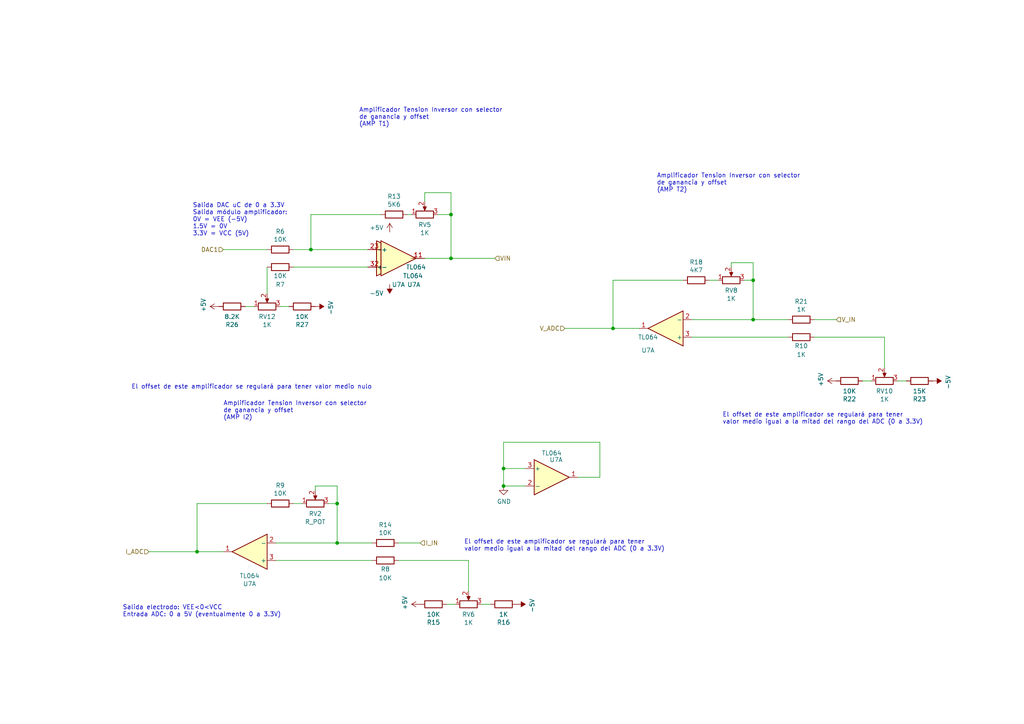
<source format=kicad_sch>
(kicad_sch (version 20211123) (generator eeschema)
  (paper "A4")
  (lib_symbols
    (symbol "Device:R" (pin_numbers hide) (pin_names (offset 0))
      (property "Reference" "R" (at 2.032 0 90))
      (property "Value" "R" (at 0 0 90))
      (symbol "R_0_1"
        (rectangle (start -1.016 -2.54) (end 1.016 2.54) (stroke (width 0.254)))
      )
      (symbol "R_1_1"
        (pin passive line (at 0 3.81 270) (length 1.27) (name "~") (number "1"))
        (pin passive line (at 0 -3.81 90) (length 1.27) (name "~") (number "2"))
      )
    )
    (symbol "salida_dac-rescue:+5V-power" (power) (pin_names (offset 0))
      (property "Value" "+5V-power" (at 0 3.556 0))
      (symbol "+5V-power_0_1"
        (polyline (pts (xy -0.762 1.27) (xy 0 2.54)))
        (polyline (pts (xy 0 0) (xy 0 2.54)))
        (polyline (pts (xy 0 2.54) (xy 0.762 1.27)))
      )
      (symbol "+5V-power_1_1"
        (pin power_in line (at 0 0 90) (length 0) hide (name "+5V") (number "1"))
      )
    )
    (symbol "salida_dac-rescue:-5V-power" (power) (pin_names (offset 0))
      (property "Value" "-5V-power" (at 0 3.81 0))
      (symbol "-5V-power_0_0"
        (pin power_in line (at 0 0 90) (length 0) hide (name "-5V") (number "1"))
      )
      (symbol "-5V-power_0_1"
        (polyline (pts (xy 0 0) (xy 0 1.27) (xy 0.762 1.27) (xy 0 2.54) (xy -0.762 1.27) (xy 0 1.27)) (fill (type outline)))
      )
    )
    (symbol "salida_dac-rescue:GND-power" (power) (pin_names (offset 0))
      (property "Value" "GND-power" (at 0 -3.81 0))
      (symbol "GND-power_0_1"
        (polyline (pts (xy 0 0) (xy 0 -1.27) (xy 1.27 -1.27) (xy 0 -2.54) (xy -1.27 -1.27) (xy 0 -1.27)))
      )
      (symbol "GND-power_1_1"
        (pin power_in line (at 0 0 270) (length 0) hide (name "GND") (number "1"))
      )
    )
    (symbol "salida_dac-rescue:R-Device" (pin_numbers hide) (pin_names (offset 0))
      (property "Reference" "R" (at 2.032 0 90))
      (property "Value" "R-Device" (at 0 0 90))
      (symbol "R-Device_0_1"
        (rectangle (start -1.016 -2.54) (end 1.016 2.54) (stroke (width 0.254)))
      )
      (symbol "R-Device_1_1"
        (pin passive line (at 0 3.81 270) (length 1.27) (name "~") (number "1"))
        (pin passive line (at 0 -3.81 90) (length 1.27) (name "~") (number "2"))
      )
    )
    (symbol "salida_dac-rescue:R_POT-Device" (pin_names (offset 1.016) hide)
      (property "Reference" "RV" (at -4.445 0 90))
      (property "Value" "R_POT-Device" (at -2.54 0 90))
      (symbol "R_POT-Device_0_1"
        (polyline (pts (xy 2.54 0) (xy 1.524 0)))
        (polyline (pts (xy 1.143 0) (xy 2.286 0.508) (xy 2.286 -0.508) (xy 1.143 0)) (fill (type outline)))
        (rectangle (start 1.016 2.54) (end -1.016 -2.54) (stroke (width 0.254)))
      )
      (symbol "R_POT-Device_1_1"
        (pin passive line (at 0 3.81 270) (length 1.27) (name "1") (number "1"))
        (pin passive line (at 3.81 0 180) (length 1.27) (name "2") (number "2"))
        (pin passive line (at 0 -3.81 90) (length 1.27) (name "3") (number "3"))
      )
    )
    (symbol "salida_dac-rescue:TL064-Amplifier_Operational" (pin_names (offset 0.127))
      (property "Reference" "U" (at 0 5.08 0))
      (property "Value" "TL064-Amplifier_Operational" (at 0 -5.08 0))
      (symbol "TL064-Amplifier_Operational_1_1"
        (polyline (pts (xy -5.08 5.08) (xy 5.08 0) (xy -5.08 -5.08) (xy -5.08 5.08)) (stroke (width 0.254)) (fill (type background)))
        (pin output line (at 7.62 0 180) (length 2.54) (name "~") (number "1"))
        (pin input line (at -7.62 -2.54 0) (length 2.54) (name "-") (number "2"))
        (pin input line (at -7.62 2.54 0) (length 2.54) (name "+") (number "3"))
      )
      (symbol "TL064-Amplifier_Operational_2_1"
        (polyline (pts (xy -5.08 5.08) (xy 5.08 0) (xy -5.08 -5.08) (xy -5.08 5.08)) (stroke (width 0.254)) (fill (type background)))
        (pin input line (at -7.62 2.54 0) (length 2.54) (name "+") (number "5"))
        (pin input line (at -7.62 -2.54 0) (length 2.54) (name "-") (number "6"))
        (pin output line (at 7.62 0 180) (length 2.54) (name "~") (number "7"))
      )
      (symbol "TL064-Amplifier_Operational_3_1"
        (polyline (pts (xy -5.08 5.08) (xy 5.08 0) (xy -5.08 -5.08) (xy -5.08 5.08)) (stroke (width 0.254)) (fill (type background)))
        (pin input line (at -7.62 2.54 0) (length 2.54) (name "+") (number "10"))
        (pin output line (at 7.62 0 180) (length 2.54) (name "~") (number "8"))
        (pin input line (at -7.62 -2.54 0) (length 2.54) (name "-") (number "9"))
      )
      (symbol "TL064-Amplifier_Operational_4_1"
        (polyline (pts (xy -5.08 5.08) (xy 5.08 0) (xy -5.08 -5.08) (xy -5.08 5.08)) (stroke (width 0.254)) (fill (type background)))
        (pin input line (at -7.62 2.54 0) (length 2.54) (name "+") (number "12"))
        (pin input line (at -7.62 -2.54 0) (length 2.54) (name "-") (number "13"))
        (pin output line (at 7.62 0 180) (length 2.54) (name "~") (number "14"))
      )
      (symbol "TL064-Amplifier_Operational_5_1"
        (pin power_in line (at -2.54 -7.62 90) (length 3.81) (name "V-") (number "11"))
        (pin power_in line (at -2.54 7.62 270) (length 3.81) (name "V+") (number "4"))
      )
    )
  )
  (junction (at 218.44 92.71))
  (junction (at 177.8 95.25))
  (junction (at 130.81 62.23))
  (junction (at 90.17 72.39))
  (junction (at 57.15 160.02))
  (junction (at 218.44 81.28))
  (junction (at 146.05 140.97))
  (junction (at 97.79 146.05))
  (junction (at 146.05 135.89))
  (junction (at 130.81 74.93))
  (junction (at 97.79 157.48))
  (bus_entry (at 58.42 318.77) (size 2.54 -2.54))
  (wire (pts (xy 146.05 140.97) (xy 152.4 140.97)))
  (wire (pts (xy 123.19 58.42) (xy 123.19 55.88)))
  (wire (pts (xy 215.9 81.28) (xy 218.44 81.28)))
  (wire (pts (xy 77.47 77.47) (xy 77.47 85.09)))
  (wire (pts (xy 256.54 97.79) (xy 256.54 106.68)))
  (wire (pts (xy 163.83 95.25) (xy 177.8 95.25)))
  (wire (pts (xy 177.8 81.28) (xy 177.8 95.25)))
  (wire (pts (xy 115.57 162.56) (xy 135.89 162.56)))
  (wire (pts (xy 236.22 97.79) (xy 256.54 97.79)))
  (wire (pts (xy 85.09 72.39) (xy 90.17 72.39)))
  (wire (pts (xy 142.24 175.26) (xy 139.7 175.26)))
  (wire (pts (xy 57.15 146.05) (xy 77.47 146.05)))
  (wire (pts (xy 262.89 110.49) (xy 260.35 110.49)))
  (wire (pts (xy 97.79 157.48) (xy 97.79 146.05)))
  (wire (pts (xy 123.19 55.88) (xy 130.81 55.88)))
  (wire (pts (xy 130.81 62.23) (xy 130.81 74.93)))
  (wire (pts (xy 177.8 95.25) (xy 185.42 95.25)))
  (wire (pts (xy 200.66 97.79) (xy 228.6 97.79)))
  (wire (pts (xy 218.44 92.71) (xy 228.6 92.71)))
  (wire (pts (xy 97.79 146.05) (xy 97.79 140.97)))
  (wire (pts (xy 135.89 162.56) (xy 135.89 171.45)))
  (wire (pts (xy 167.64 138.43) (xy 173.99 138.43)))
  (wire (pts (xy 115.57 157.48) (xy 121.92 157.48)))
  (wire (pts (xy 57.15 146.05) (xy 57.15 160.02)))
  (wire (pts (xy 132.08 175.26) (xy 129.54 175.26)))
  (wire (pts (xy 218.44 92.71) (xy 218.44 81.28)))
  (wire (pts (xy 121.92 74.93) (xy 130.81 74.93)))
  (wire (pts (xy 212.09 77.47) (xy 212.09 76.2)))
  (wire (pts (xy 173.99 128.27) (xy 146.05 128.27)))
  (wire (pts (xy 173.99 138.43) (xy 173.99 128.27)))
  (wire (pts (xy 118.11 62.23) (xy 119.38 62.23)))
  (wire (pts (xy 87.63 146.05) (xy 85.09 146.05)))
  (wire (pts (xy 130.81 74.93) (xy 143.51 74.93)))
  (wire (pts (xy 127 62.23) (xy 130.81 62.23)))
  (wire (pts (xy 212.09 76.2) (xy 218.44 76.2)))
  (wire (pts (xy 77.47 72.39) (xy 64.77 72.39)))
  (wire (pts (xy 73.66 88.9) (xy 71.12 88.9)))
  (wire (pts (xy 91.44 142.24) (xy 91.44 140.97)))
  (wire (pts (xy 177.8 81.28) (xy 198.12 81.28)))
  (wire (pts (xy 130.81 55.88) (xy 130.81 62.23)))
  (wire (pts (xy 146.05 135.89) (xy 152.4 135.89)))
  (wire (pts (xy 83.82 88.9) (xy 81.28 88.9)))
  (wire (pts (xy 43.18 160.02) (xy 57.15 160.02)))
  (wire (pts (xy 97.79 157.48) (xy 107.95 157.48)))
  (wire (pts (xy 106.68 77.47) (xy 85.09 77.47)))
  (wire (pts (xy 90.17 72.39) (xy 106.68 72.39)))
  (wire (pts (xy 200.66 92.71) (xy 218.44 92.71)))
  (wire (pts (xy 90.17 62.23) (xy 110.49 62.23)))
  (wire (pts (xy 208.28 81.28) (xy 205.74 81.28)))
  (wire (pts (xy 90.17 62.23) (xy 90.17 72.39)))
  (wire (pts (xy 80.01 157.48) (xy 97.79 157.48)))
  (wire (pts (xy 91.44 140.97) (xy 97.79 140.97)))
  (wire (pts (xy 236.22 92.71) (xy 242.57 92.71)))
  (wire (pts (xy 146.05 135.89) (xy 146.05 140.97)))
  (wire (pts (xy 218.44 81.28) (xy 218.44 76.2)))
  (wire (pts (xy 146.05 128.27) (xy 146.05 135.89)))
  (wire (pts (xy 80.01 162.56) (xy 107.95 162.56)))
  (wire (pts (xy 95.25 146.05) (xy 97.79 146.05)))
  (wire (pts (xy 57.15 160.02) (xy 64.77 160.02)))
  (wire (pts (xy 252.73 110.49) (xy 250.19 110.49)))
  (text "Salida DAC uC de 0 a 3.3V\nSalida módulo amplificador:\n0V = VEE (-5V)\n1.5V = 0V\n3.3V = VCC (5V)" (at 55.88 68.58 0) (effects (font (size 1.27 1.27)) (justify left bottom)))
  (text "El offset de este amplificador se regulará para tener\nvalor medio igual a la mitad del rango del ADC (0 a 3.3V)" (at 209.55 123.19 0) (effects (font (size 1.27 1.27)) (justify left bottom)))
  (text "Amplificador Tension Inversor con selector\nde ganancia y offset\n(AMP I2)" (at 64.77 121.92 0) (effects (font (size 1.27 1.27)) (justify left bottom)))
  (text "Amplificador Tension Inversor con selector\nde ganancia y offset\n(AMP T2)" (at 190.5 55.88 0) (effects (font (size 1.27 1.27)) (justify left bottom)))
  (text "Amplificador Tension Inversor con selector\nde ganancia y offset\n(AMP T1)" (at 104.14 36.83 0) (effects (font (size 1.27 1.27)) (justify left bottom)))
  (text "El offset de este amplificador se regulará para tener\nvalor medio igual a la mitad del rango del ADC (0 a 3.3V)" (at 134.62 160.02 0) (effects (font (size 1.27 1.27)) (justify left bottom)))
  (text "Salida electrodo: VEE<0<VCC\nEntrada ADC: 0 a 5V (eventualmente 0 a 3.3V)" (at 35.56 179.07 0) (effects (font (size 1.27 1.27)) (justify left bottom)))
  (text "El offset de este amplificador se regulará para tener valor medio nulo" (at 38.1 113.03 0) (effects (font (size 1.27 1.27)) (justify left bottom)))
  (hierarchical_label "I_ADC" (shape input) (at 43.18 160.02 180))
  (hierarchical_label "SW_FILTRO1" (shape input) (at 60.96 311.15 270))
  (hierarchical_label "V_ADC" (shape input) (at 163.83 95.25 180))
  (hierarchical_label "DAC1" (shape input) (at 64.77 72.39 180))
  (hierarchical_label "SW_FILTRO2" (shape input) (at 63.5 311.15 270))
  (hierarchical_label "VIN" (shape input) (at 143.51 74.93 0))
  (hierarchical_label "V_IN" (shape input) (at 242.57 92.71 0))
  (hierarchical_label "I_IN" (shape input) (at 121.92 157.48 0))
  (symbol (lib_id "salida_dac-rescue:R-Device") (at 81.28 72.39 270)
    (property "Reference" "R6" (at 81.28 67.1322 90))
    (property "Value" "10K" (at 81.28 69.4436 90))
    (property "Footprint" "Resistor_THT:R_Axial_DIN0207_L6.3mm_D2.5mm_P7.62mm_Horizontal" (effects hide))
  )
  (symbol (lib_id "salida_dac-rescue:R-Device") (at 114.3 62.23 270)
    (property "Reference" "R13" (at 114.3 56.9722 90))
    (property "Value" "5K6" (at 114.3 59.2836 90))
    (property "Footprint" "Resistor_THT:R_Axial_DIN0207_L6.3mm_D2.5mm_P7.62mm_Horizontal" (effects hide))
  )
  (symbol (lib_id "salida_dac-rescue:R-Device") (at 81.28 77.47 270)
    (property "Reference" "R7" (at 81.28 82.55 90))
    (property "Value" "10K" (at 81.28 80.01 90))
    (property "Footprint" "Resistor_THT:R_Axial_DIN0207_L6.3mm_D2.5mm_P10.16mm_Horizontal" (effects hide))
  )
  (symbol (lib_id "salida_dac-rescue:R-Device") (at 111.76 157.48 90) (mirror x)
    (property "Reference" "R14" (at 111.76 152.2222 90))
    (property "Value" "10K" (at 111.76 154.5336 90))
    (property "Footprint" "Resistor_THT:R_Axial_DIN0207_L6.3mm_D2.5mm_P7.62mm_Horizontal" (effects hide))
  )
  (symbol (lib_id "salida_dac-rescue:R-Device") (at 81.28 146.05 270)
    (property "Reference" "R9" (at 81.28 140.7922 90))
    (property "Value" "10K" (at 81.28 143.1036 90))
    (property "Footprint" "Resistor_THT:R_Axial_DIN0207_L6.3mm_D2.5mm_P7.62mm_Horizontal" (effects hide))
  )
  (symbol (lib_id "salida_dac-rescue:R-Device") (at 125.73 175.26 270) (mirror x)
    (property "Reference" "R15" (at 125.73 180.5178 90))
    (property "Value" "10K" (at 125.73 178.2064 90))
    (property "Footprint" "Resistor_THT:R_Axial_DIN0207_L6.3mm_D2.5mm_P7.62mm_Horizontal" (effects hide))
  )
  (symbol (lib_id "salida_dac-rescue:R-Device") (at 146.05 175.26 270) (mirror x)
    (property "Reference" "R16" (at 146.05 180.5178 90))
    (property "Value" "1K" (at 146.05 178.2064 90))
    (property "Footprint" "Resistor_THT:R_Axial_DIN0207_L6.3mm_D2.5mm_P7.62mm_Horizontal" (effects hide))
  )
  (symbol (lib_id "salida_dac-rescue:R_POT-Device") (at 135.89 175.26 90) (unit 1)
    (property "Reference" "RV6" (at 135.89 178.2064 90))
    (property "Value" "1K" (at 135.89 180.5686 90))
    (property "Footprint" "Potentiometer_THT:Potentiometer_Bourns_3266Y_Vertical" (effects hide))
  )
  (symbol (lib_id "salida_dac-rescue:-5V-power") (at 149.86 175.26 270)
    (property "Reference" "#PWR0113" (effects hide))
    (property "Value" "-5V" (at 154.3558 175.641 0))
  )
  (symbol (lib_id "salida_dac-rescue:+5V-power") (at 121.92 175.26 90)
    (property "Reference" "#PWR0114" (effects hide))
    (property "Value" "+5V" (at 117.4242 174.879 0))
  )
  (symbol (lib_id "salida_dac-rescue:R_POT-Device") (at 91.44 146.05 90) (unit 1)
    (property "Reference" "RV2" (at 91.44 148.9964 90))
    (property "Value" "R_POT" (at 91.44 151.3586 90))
    (property "Footprint" "Potentiometer_THT:Potentiometer_Bourns_3266Y_Vertical" (effects hide))
  )
  (symbol (lib_id "salida_dac-rescue:-5V-power") (at 113.03 82.55 180)
    (property "Reference" "#PWR0124" (effects hide))
    (property "Value" "-5V" (at 109.22 85.09 0))
  )
  (symbol (lib_id "salida_dac-rescue:+5V-power") (at 113.03 67.31 0)
    (property "Reference" "#PWR0117" (effects hide))
    (property "Value" "+5V" (at 109.22 66.04 0))
  )
  (symbol (lib_id "salida_dac-rescue:R_POT-Device") (at 123.19 62.23 90) (unit 1)
    (property "Reference" "RV5" (at 123.19 65.1764 90))
    (property "Value" "1K" (at 123.19 67.5386 90))
    (property "Footprint" "Potentiometer_THT:Potentiometer_Bourns_3266Y_Vertical" (effects hide))
  )
  (symbol (lib_id "salida_dac-rescue:R-Device") (at 232.41 92.71 90) (mirror x)
    (property "Reference" "R21" (at 232.41 87.4522 90))
    (property "Value" "1K" (at 232.41 89.7636 90))
    (property "Footprint" "Resistor_THT:R_Axial_DIN0207_L6.3mm_D2.5mm_P7.62mm_Horizontal" (effects hide))
  )
  (symbol (lib_id "salida_dac-rescue:R-Device") (at 201.93 81.28 270)
    (property "Reference" "R18" (at 201.93 76.0222 90))
    (property "Value" "4K7" (at 201.93 78.3336 90))
    (property "Footprint" "Resistor_THT:R_Axial_DIN0207_L6.3mm_D2.5mm_P7.62mm_Horizontal" (effects hide))
  )
  (symbol (lib_id "salida_dac-rescue:R-Device") (at 246.38 110.49 270) (mirror x)
    (property "Reference" "R22" (at 246.38 115.7478 90))
    (property "Value" "10K" (at 246.38 113.4364 90))
    (property "Footprint" "Resistor_THT:R_Axial_DIN0207_L6.3mm_D2.5mm_P7.62mm_Horizontal" (effects hide))
  )
  (symbol (lib_id "salida_dac-rescue:R-Device") (at 266.7 110.49 270) (mirror x)
    (property "Reference" "R23" (at 266.7 115.7478 90))
    (property "Value" "15K" (at 266.7 113.4364 90))
    (property "Footprint" "Resistor_THT:R_Axial_DIN0207_L6.3mm_D2.5mm_P7.62mm_Horizontal" (effects hide))
  )
  (symbol (lib_id "salida_dac-rescue:R_POT-Device") (at 256.54 110.49 90) (unit 1)
    (property "Reference" "RV10" (at 256.54 113.4364 90))
    (property "Value" "1K" (at 256.54 115.7986 90))
    (property "Footprint" "Potentiometer_THT:Potentiometer_Bourns_3266Y_Vertical" (effects hide))
  )
  (symbol (lib_id "salida_dac-rescue:-5V-power") (at 270.51 110.49 270)
    (property "Reference" "#PWR0120" (effects hide))
    (property "Value" "-5V" (at 275.0058 110.871 0))
  )
  (symbol (lib_id "salida_dac-rescue:+5V-power") (at 242.57 110.49 90)
    (property "Reference" "#PWR0121" (effects hide))
    (property "Value" "+5V" (at 238.0742 110.109 0))
  )
  (symbol (lib_id "salida_dac-rescue:R_POT-Device") (at 212.09 81.28 90) (unit 1)
    (property "Reference" "RV8" (at 212.09 84.2264 90))
    (property "Value" "1K" (at 212.09 86.5886 90))
    (property "Footprint" "Potentiometer_THT:Potentiometer_Bourns_3266Y_Vertical" (effects hide))
  )
  (symbol (lib_id "salida_dac-rescue:GND-power") (at 146.05 140.97 0) (unit 1)
    (property "Reference" "#PWR0125" (effects hide))
    (property "Value" "GND" (at 146.177 145.4658 0))
  )
  (symbol (lib_id "salida_dac-rescue:TL064-Amplifier_Operational") (at 114.3 74.93 0) (mirror x)
    (property "Reference" "U7" (at 115.57 82.55 0))
    (property "Value" "TL064" (at 120.65 77.47 0))
    (property "Footprint" "Package_DIP:DIP-14_W7.62mm_Socket_LongPads" (effects hide))
    (property "Datasheet" "http://www.ti.com/lit/ds/symlink/tl061.pdf" (effects hide))
  )
  (symbol (lib_id "salida_dac-rescue:TL064-Amplifier_Operational") (at 193.04 95.25 180)
    (property "Reference" "U7" (at 187.96 101.6 0))
    (property "Value" "TL064" (at 187.96 97.79 0))
    (property "Footprint" "Package_DIP:DIP-14_W7.62mm_Socket_LongPads" (effects hide))
    (property "Datasheet" "http://www.ti.com/lit/ds/symlink/tl061.pdf" (effects hide))
  )
  (symbol (lib_id "salida_dac-rescue:TL064-Amplifier_Operational") (at 72.39 160.02 180)
    (property "Reference" "U7" (at 72.39 169.3418 0))
    (property "Value" "TL064" (at 72.39 167.0304 0))
    (property "Footprint" "Package_DIP:DIP-14_W7.62mm_Socket_LongPads" (effects hide))
    (property "Datasheet" "http://www.ti.com/lit/ds/symlink/tl061.pdf" (effects hide))
  )
  (symbol (lib_id "salida_dac-rescue:TL064-Amplifier_Operational") (at 160.02 138.43 0)
    (property "Reference" "U7" (at 161.29 133.35 0))
    (property "Value" "TL064" (at 160.02 131.4196 0))
    (property "Footprint" "Package_DIP:DIP-14_W7.62mm_Socket_LongPads" (effects hide))
    (property "Datasheet" "http://www.ti.com/lit/ds/symlink/tl061.pdf" (effects hide))
  )
  (symbol (lib_id "salida_dac-rescue:TL064-Amplifier_Operational") (at 115.57 74.93 0)
    (property "Reference" "U7" (at 118.11 82.55 0) (effects (justify left)))
    (property "Value" "TL064" (at 116.84 80.01 0) (effects (justify left)))
    (property "Footprint" "Package_DIP:DIP-14_W7.62mm_Socket_LongPads" (effects hide))
    (property "Datasheet" "http://www.ti.com/lit/ds/symlink/tl061.pdf" (effects hide))
  )
  (symbol (lib_id "salida_dac-rescue:R-Device") (at 67.31 88.9 270) (mirror x)
    (property "Reference" "R26" (at 67.31 94.1578 90))
    (property "Value" "8.2K" (at 67.31 91.8464 90))
    (property "Footprint" "Resistor_THT:R_Axial_DIN0207_L6.3mm_D2.5mm_P7.62mm_Horizontal" (effects hide))
  )
  (symbol (lib_id "salida_dac-rescue:R-Device") (at 87.63 88.9 270) (mirror x)
    (property "Reference" "R27" (at 87.63 94.1578 90))
    (property "Value" "10K" (at 87.63 91.8464 90))
    (property "Footprint" "Resistor_THT:R_Axial_DIN0207_L6.3mm_D2.5mm_P7.62mm_Horizontal" (effects hide))
  )
  (symbol (lib_id "salida_dac-rescue:R_POT-Device") (at 77.47 88.9 90) (unit 1)
    (property "Reference" "RV12" (at 77.47 91.8464 90))
    (property "Value" "1K" (at 77.47 94.2086 90))
    (property "Footprint" "Potentiometer_THT:Potentiometer_Bourns_3266Y_Vertical" (effects hide))
  )
  (symbol (lib_id "salida_dac-rescue:-5V-power") (at 91.44 88.9 270)
    (property "Reference" "#PWR0129" (effects hide))
    (property "Value" "-5V" (at 95.9358 89.281 0))
  )
  (symbol (lib_id "salida_dac-rescue:+5V-power") (at 63.5 88.9 90)
    (property "Reference" "#PWR0128" (effects hide))
    (property "Value" "+5V" (at 59.0042 88.519 0))
  )
  (symbol (lib_id "Device:R") (at 232.41 97.79 270) (unit 1)
    (property "Reference" "R10" (at 232.41 100.33 90))
    (property "Value" "1K" (at 232.41 102.87 90))
    (property "Footprint" "Resistor_THT:R_Axial_DIN0207_L6.3mm_D2.5mm_P7.62mm_Horizontal" (effects hide))
  )
  (symbol (lib_id "Device:R") (at 111.76 162.56 270) (unit 1)
    (property "Reference" "R8" (at 111.76 165.1 90))
    (property "Value" "10K" (at 111.76 167.64 90))
    (property "Footprint" "Resistor_THT:R_Axial_DIN0207_L6.3mm_D2.5mm_P7.62mm_Horizontal" (effects hide))
  )
)
</source>
